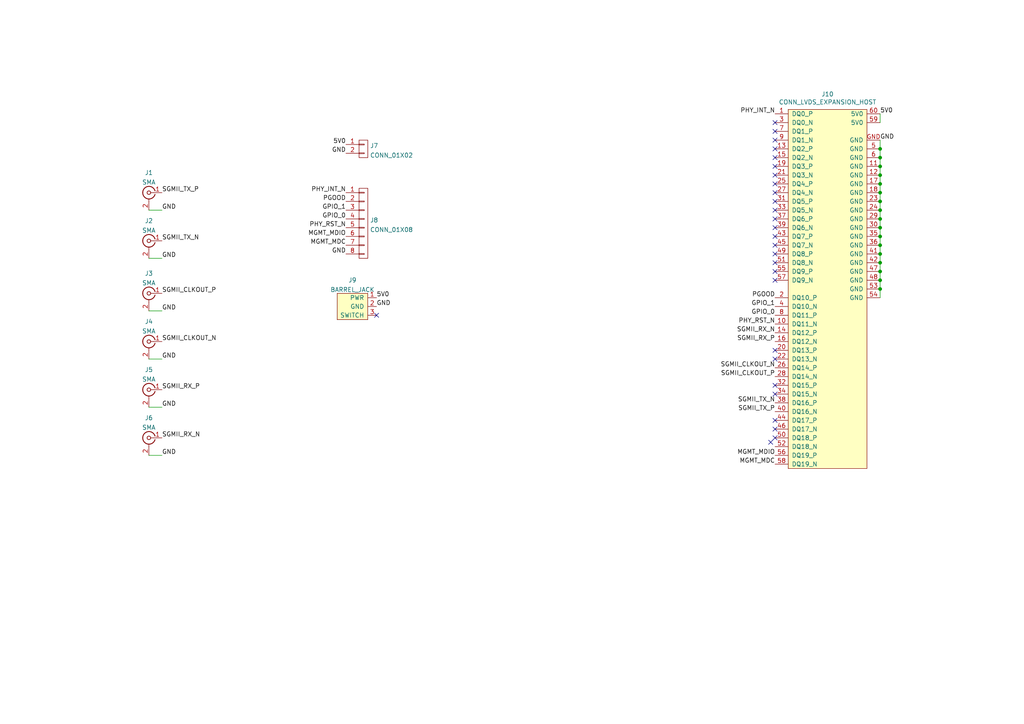
<source format=kicad_sch>
(kicad_sch (version 20211123) (generator eeschema)
  (paper "A4")
  (title_block (title "Single DP83867 device-side SMA adapter") (date "2022-12-18") (rev "0.1") (company "Antikernel Labs") (comment 1 "Andrew D. Zonenberg"))
  (lib_symbols
    (symbol "conn:CONN_01X02" (pin_names (offset 1.016) hide)
      (property "Reference" "J" (at 0 3.81 0))
      (property "Value" "CONN_01X02" (at 2.54 0 90))
      (symbol "CONN_01X02_0_1"
        (rectangle (start -1.27 -1.143) (end 0.254 -1.397))
        (rectangle (start -1.27 1.397) (end 0.254 1.143))
        (rectangle (start -1.27 2.54) (end 1.27 -2.54))
      )
      (symbol "CONN_01X02_1_1"
        (pin passive line (at -5.08 1.27 0) (length 3.81) (name "P1") (number "1"))
        (pin passive line (at -5.08 -1.27 0) (length 3.81) (name "P2") (number "2"))
      )
    )
    (symbol "conn:CONN_01X08" (pin_names (offset 1.016) hide)
      (property "Reference" "J" (at 0 11.43 0))
      (property "Value" "CONN_01X08" (at 2.54 0 90))
      (symbol "CONN_01X08_0_1"
        (rectangle (start -1.27 -10.16) (end 1.27 10.16))
        (rectangle (start -1.27 -8.763) (end 0.254 -9.017))
        (rectangle (start -1.27 -6.223) (end 0.254 -6.477))
        (rectangle (start -1.27 -3.683) (end 0.254 -3.937))
        (rectangle (start -1.27 -1.143) (end 0.254 -1.397))
        (rectangle (start -1.27 1.397) (end 0.254 1.143))
        (rectangle (start -1.27 3.937) (end 0.254 3.683))
        (rectangle (start -1.27 6.477) (end 0.254 6.223))
        (rectangle (start -1.27 9.017) (end 0.254 8.763))
      )
      (symbol "CONN_01X08_1_1"
        (pin passive line (at -5.08 8.89 0) (length 3.81) (name "P1") (number "1"))
        (pin passive line (at -5.08 6.35 0) (length 3.81) (name "P2") (number "2"))
        (pin passive line (at -5.08 3.81 0) (length 3.81) (name "P3") (number "3"))
        (pin passive line (at -5.08 1.27 0) (length 3.81) (name "P4") (number "4"))
        (pin passive line (at -5.08 -1.27 0) (length 3.81) (name "P5") (number "5"))
        (pin passive line (at -5.08 -3.81 0) (length 3.81) (name "P6") (number "6"))
        (pin passive line (at -5.08 -6.35 0) (length 3.81) (name "P7") (number "7"))
        (pin passive line (at -5.08 -8.89 0) (length 3.81) (name "P8") (number "8"))
      )
    )
    (symbol "conn:CONN_COAXIAL" (pin_names (offset 1.016) hide)
      (property "Reference" "J" (at 0.254 3.048 0))
      (property "Value" "CONN_COAXIAL" (at 2.921 0 90))
      (symbol "CONN_COAXIAL_0_1"
        (arc (start -1.778 -0.508) (mid 0.222 -1.808) (end 1.778 0) (stroke (width 0.254)))
        (polyline (pts (xy -1.27 0) (xy -0.508 0)))
        (polyline (pts (xy 0 -2.54) (xy 0 -1.778)))
        (circle (center 0 0) (radius 0.508) (stroke (width 0.2032)))
        (arc (start 1.778 0) (mid 0.222 1.8083) (end -1.778 0.508) (stroke (width 0.254)))
      )
      (symbol "CONN_COAXIAL_1_1"
        (pin passive line (at -3.81 0 0) (length 2.54) (name "In") (number "1"))
        (pin passive line (at 0 -5.08 90) (length 2.54) (name "Ext") (number "2"))
      )
    )
    (symbol "power-azonenberg:BARREL_JACK" (pin_names (offset 1.016))
      (property "Reference" "J" (at 1.27 -1.27 0))
      (property "Value" "BARREL_JACK" (at 6.35 -3.81 0))
      (symbol "BARREL_JACK_0_1"
        (rectangle (start 0 7.62) (end -8.89 0) (fill (type background)))
      )
      (symbol "BARREL_JACK_1_1"
        (pin power_out line (at 2.54 6.35 180) (length 2.54) (name "PWR") (number "1"))
        (pin power_out line (at 2.54 3.81 180) (length 2.54) (name "GND") (number "2"))
        (pin passive line (at 2.54 1.27 180) (length 2.54) (name "SWITCH") (number "3"))
      )
    )
    (symbol "special-azonenberg:CONN_LVDS_EXPANSION_HOST" (pin_names (offset 1.016))
      (property "Reference" "J" (at 1.27 -1.27 0))
      (property "Value" "CONN_LVDS_EXPANSION_HOST" (at 11.43 -3.81 0))
      (symbol "CONN_LVDS_EXPANSION_HOST_0_1"
        (rectangle (start 0 104.14) (end 22.86 0) (fill (type background)))
      )
      (symbol "CONN_LVDS_EXPANSION_HOST_1_1"
        (pin bidirectional line (at -3.81 102.87 0) (length 3.81) (name "DQ0_P") (number "1"))
        (pin bidirectional line (at -3.81 41.91 0) (length 3.81) (name "DQ11_N") (number "10"))
        (pin power_in line (at 26.67 87.63 180) (length 3.81) (name "GND") (number "11"))
        (pin power_in line (at 26.67 85.09 180) (length 3.81) (name "GND") (number "12"))
        (pin bidirectional line (at -3.81 92.71 0) (length 3.81) (name "DQ2_P") (number "13"))
        (pin bidirectional line (at -3.81 39.37 0) (length 3.81) (name "DQ12_P") (number "14"))
        (pin bidirectional line (at -3.81 90.17 0) (length 3.81) (name "DQ2_N") (number "15"))
        (pin bidirectional line (at -3.81 36.83 0) (length 3.81) (name "DQ12_N") (number "16"))
        (pin power_in line (at 26.67 82.55 180) (length 3.81) (name "GND") (number "17"))
        (pin power_in line (at 26.67 80.01 180) (length 3.81) (name "GND") (number "18"))
        (pin bidirectional line (at -3.81 87.63 0) (length 3.81) (name "DQ3_P") (number "19"))
        (pin bidirectional line (at -3.81 49.53 0) (length 3.81) (name "DQ10_P") (number "2"))
        (pin bidirectional line (at -3.81 34.29 0) (length 3.81) (name "DQ13_P") (number "20"))
        (pin bidirectional line (at -3.81 85.09 0) (length 3.81) (name "DQ3_N") (number "21"))
        (pin bidirectional line (at -3.81 31.75 0) (length 3.81) (name "DQ13_N") (number "22"))
        (pin power_in line (at 26.67 77.47 180) (length 3.81) (name "GND") (number "23"))
        (pin power_in line (at 26.67 74.93 180) (length 3.81) (name "GND") (number "24"))
        (pin bidirectional line (at -3.81 82.55 0) (length 3.81) (name "DQ4_P") (number "25"))
        (pin bidirectional line (at -3.81 29.21 0) (length 3.81) (name "DQ14_P") (number "26"))
        (pin bidirectional line (at -3.81 80.01 0) (length 3.81) (name "DQ4_N") (number "27"))
        (pin bidirectional line (at -3.81 26.67 0) (length 3.81) (name "DQ14_N") (number "28"))
        (pin power_in line (at 26.67 72.39 180) (length 3.81) (name "GND") (number "29"))
        (pin bidirectional line (at -3.81 100.33 0) (length 3.81) (name "DQ0_N") (number "3"))
        (pin power_in line (at 26.67 69.85 180) (length 3.81) (name "GND") (number "30"))
        (pin bidirectional line (at -3.81 77.47 0) (length 3.81) (name "DQ5_P") (number "31"))
        (pin bidirectional line (at -3.81 24.13 0) (length 3.81) (name "DQ15_P") (number "32"))
        (pin bidirectional line (at -3.81 74.93 0) (length 3.81) (name "DQ5_N") (number "33"))
        (pin bidirectional line (at -3.81 21.59 0) (length 3.81) (name "DQ15_N") (number "34"))
        (pin power_in line (at 26.67 67.31 180) (length 3.81) (name "GND") (number "35"))
        (pin power_in line (at 26.67 64.77 180) (length 3.81) (name "GND") (number "36"))
        (pin bidirectional line (at -3.81 72.39 0) (length 3.81) (name "DQ6_P") (number "37"))
        (pin bidirectional line (at -3.81 19.05 0) (length 3.81) (name "DQ16_P") (number "38"))
        (pin bidirectional line (at -3.81 69.85 0) (length 3.81) (name "DQ6_N") (number "39"))
        (pin bidirectional line (at -3.81 46.99 0) (length 3.81) (name "DQ10_N") (number "4"))
        (pin bidirectional line (at -3.81 16.51 0) (length 3.81) (name "DQ16_N") (number "40"))
        (pin power_in line (at 26.67 62.23 180) (length 3.81) (name "GND") (number "41"))
        (pin power_in line (at 26.67 59.69 180) (length 3.81) (name "GND") (number "42"))
        (pin bidirectional line (at -3.81 67.31 0) (length 3.81) (name "DQ7_P") (number "43"))
        (pin bidirectional line (at -3.81 13.97 0) (length 3.81) (name "DQ17_P") (number "44"))
        (pin bidirectional line (at -3.81 64.77 0) (length 3.81) (name "DQ7_N") (number "45"))
        (pin bidirectional line (at -3.81 11.43 0) (length 3.81) (name "DQ17_N") (number "46"))
        (pin power_in line (at 26.67 57.15 180) (length 3.81) (name "GND") (number "47"))
        (pin power_in line (at 26.67 54.61 180) (length 3.81) (name "GND") (number "48"))
        (pin bidirectional line (at -3.81 62.23 0) (length 3.81) (name "DQ8_P") (number "49"))
        (pin power_in line (at 26.67 92.71 180) (length 3.81) (name "GND") (number "5"))
        (pin bidirectional line (at -3.81 8.89 0) (length 3.81) (name "DQ18_P") (number "50"))
        (pin bidirectional line (at -3.81 59.69 0) (length 3.81) (name "DQ8_N") (number "51"))
        (pin bidirectional line (at -3.81 6.35 0) (length 3.81) (name "DQ18_N") (number "52"))
        (pin power_in line (at 26.67 52.07 180) (length 3.81) (name "GND") (number "53"))
        (pin power_in line (at 26.67 49.53 180) (length 3.81) (name "GND") (number "54"))
        (pin bidirectional line (at -3.81 57.15 0) (length 3.81) (name "DQ9_P") (number "55"))
        (pin bidirectional line (at -3.81 3.81 0) (length 3.81) (name "DQ19_P") (number "56"))
        (pin bidirectional line (at -3.81 54.61 0) (length 3.81) (name "DQ9_N") (number "57"))
        (pin bidirectional line (at -3.81 1.27 0) (length 3.81) (name "DQ19_N") (number "58"))
        (pin power_in line (at 26.67 100.33 180) (length 3.81) (name "5V0") (number "59"))
        (pin power_in line (at 26.67 90.17 180) (length 3.81) (name "GND") (number "6"))
        (pin power_in line (at 26.67 102.87 180) (length 3.81) (name "5V0") (number "60"))
        (pin bidirectional line (at -3.81 97.79 0) (length 3.81) (name "DQ1_P") (number "7"))
        (pin bidirectional line (at -3.81 44.45 0) (length 3.81) (name "DQ11_P") (number "8"))
        (pin bidirectional line (at -3.81 95.25 0) (length 3.81) (name "DQ1_N") (number "9"))
        (pin power_in line (at 26.67 95.25 180) (length 3.81) (name "GND") (number "GND"))
      )
    )
  )
  (junction (at 255.27 58.42))
  (junction (at 255.27 81.28))
  (junction (at 255.27 50.8))
  (junction (at 255.27 63.5))
  (junction (at 255.27 43.18))
  (junction (at 255.27 60.96))
  (junction (at 255.27 71.12))
  (junction (at 255.27 73.66))
  (junction (at 255.27 55.88))
  (junction (at 255.27 66.04))
  (junction (at 255.27 48.26))
  (junction (at 255.27 76.2))
  (junction (at 255.27 78.74))
  (junction (at 255.27 68.58))
  (junction (at 255.27 45.72))
  (junction (at 255.27 83.82))
  (junction (at 255.27 53.34))
  (no_connect (at 224.79 45.72))
  (no_connect (at 224.79 48.26))
  (no_connect (at 224.79 50.8))
  (no_connect (at 224.79 81.28))
  (no_connect (at 224.79 53.34))
  (no_connect (at 224.79 55.88))
  (no_connect (at 224.79 58.42))
  (no_connect (at 224.79 60.96))
  (no_connect (at 224.79 63.5))
  (no_connect (at 224.79 66.04))
  (no_connect (at 224.79 68.58))
  (no_connect (at 224.79 71.12))
  (no_connect (at 224.79 73.66))
  (no_connect (at 224.79 76.2))
  (no_connect (at 224.79 78.74))
  (no_connect (at 224.79 111.76))
  (no_connect (at 224.79 114.3))
  (no_connect (at 224.79 121.92))
  (no_connect (at 224.79 124.46))
  (no_connect (at 224.79 127))
  (no_connect (at 223.52 128.27))
  (no_connect (at 224.79 40.64))
  (no_connect (at 224.79 43.18))
  (no_connect (at 109.22 91.44))
  (no_connect (at 224.79 35.56))
  (no_connect (at 224.79 38.1))
  (no_connect (at 224.79 101.6))
  (no_connect (at 224.79 104.14))
  (wire (pts (xy 43.18 90.17) (xy 46.99 90.17)))
  (wire (pts (xy 43.18 104.14) (xy 46.99 104.14)))
  (wire (pts (xy 255.27 78.74) (xy 255.27 81.28)))
  (wire (pts (xy 255.27 76.2) (xy 255.27 78.74)))
  (wire (pts (xy 43.18 118.11) (xy 46.99 118.11)))
  (wire (pts (xy 43.18 74.93) (xy 46.99 74.93)))
  (wire (pts (xy 43.18 60.96) (xy 46.99 60.96)))
  (wire (pts (xy 255.27 73.66) (xy 255.27 76.2)))
  (wire (pts (xy 255.27 68.58) (xy 255.27 71.12)))
  (wire (pts (xy 255.27 83.82) (xy 255.27 86.36)))
  (wire (pts (xy 255.27 66.04) (xy 255.27 68.58)))
  (wire (pts (xy 255.27 50.8) (xy 255.27 53.34)))
  (wire (pts (xy 255.27 63.5) (xy 255.27 66.04)))
  (wire (pts (xy 255.27 43.18) (xy 255.27 45.72)))
  (wire (pts (xy 255.27 53.34) (xy 255.27 55.88)))
  (wire (pts (xy 255.27 33.02) (xy 255.27 35.56)))
  (wire (pts (xy 255.27 45.72) (xy 255.27 48.26)))
  (wire (pts (xy 255.27 40.64) (xy 255.27 43.18)))
  (wire (pts (xy 255.27 71.12) (xy 255.27 73.66)))
  (wire (pts (xy 255.27 81.28) (xy 255.27 83.82)))
  (wire (pts (xy 255.27 58.42) (xy 255.27 60.96)))
  (wire (pts (xy 255.27 60.96) (xy 255.27 63.5)))
  (wire (pts (xy 255.27 48.26) (xy 255.27 50.8)))
  (wire (pts (xy 255.27 55.88) (xy 255.27 58.42)))
  (wire (pts (xy 43.18 132.08) (xy 46.99 132.08)))
  (label "GND" (at 46.99 60.96 0))
  (label "GND" (at 109.22 88.9 0))
  (label "GPIO_1" (at 100.33 60.96 180))
  (label "PHY_RST_N" (at 100.33 66.04 180))
  (label "PGOOD" (at 224.79 86.36 180))
  (label "SGMII_CLKOUT_N" (at 224.79 106.68 180))
  (label "SGMII_CLKOUT_P" (at 46.99 85.09 0))
  (label "SGMII_RX_P" (at 46.99 113.03 0))
  (label "MGMT_MDIO" (at 224.79 132.08 180))
  (label "MGMT_MDC" (at 100.33 71.12 180))
  (label "MGMT_MDIO" (at 100.33 68.58 180))
  (label "PHY_INT_N" (at 224.79 33.02 180))
  (label "PHY_RST_N" (at 224.79 93.98 180))
  (label "GPIO_0" (at 100.33 63.5 180))
  (label "SGMII_TX_P" (at 224.79 119.38 180))
  (label "SGMII_RX_N" (at 224.79 96.52 180))
  (label "SGMII_RX_P" (at 224.79 99.06 180))
  (label "5V0" (at 100.33 41.91 180))
  (label "GPIO_0" (at 224.79 91.44 180))
  (label "GND" (at 46.99 74.93 0))
  (label "SGMII_TX_N" (at 224.79 116.84 180))
  (label "GND" (at 100.33 44.45 180))
  (label "GND" (at 46.99 104.14 0))
  (label "PHY_INT_N" (at 100.33 55.88 180))
  (label "SGMII_CLKOUT_N" (at 46.99 99.06 0))
  (label "SGMII_TX_N" (at 46.99 69.85 0))
  (label "GND" (at 100.33 73.66 180))
  (label "MGMT_MDC" (at 224.79 134.62 180))
  (label "GND" (at 46.99 90.17 0))
  (label "GPIO_1" (at 224.79 88.9 180))
  (label "GND" (at 46.99 132.08 0))
  (label "5V0" (at 109.22 86.36 0))
  (label "SGMII_RX_N" (at 46.99 127 0))
  (label "SGMII_CLKOUT_P" (at 224.79 109.22 180))
  (label "PGOOD" (at 100.33 58.42 180))
  (label "GND" (at 46.99 118.11 0))
  (label "GND" (at 255.27 40.64 0))
  (label "SGMII_TX_P" (at 46.99 55.88 0))
  (label "5V0" (at 255.27 33.02 0))
  (symbol (lib_id "conn:CONN_COAXIAL") (at 43.18 69.85 0) (mirror y) (unit 1)
    (property "Reference" "J2" (at 43.1799 64.0569 0))
    (property "Value" "SMA" (at 43.1799 66.832 0))
    (property "Footprint" "azonenberg_pcb:CONN_SMA_EDGE_SAMTEC_SMA_J_P_H_ST_EM1" (effects hide))
  )
  (symbol (lib_id "conn:CONN_COAXIAL") (at 43.18 85.09 0) (mirror y) (unit 1)
    (property "Reference" "J3" (at 43.1799 79.2969 0))
    (property "Value" "SMA" (at 43.1799 82.072 0))
    (property "Footprint" "azonenberg_pcb:CONN_SMA_EDGE_SAMTEC_SMA_J_P_H_ST_EM1" (effects hide))
  )
  (symbol (lib_id "special-azonenberg:CONN_LVDS_EXPANSION_HOST") (at 228.6 135.89 0) (unit 1)
    (property "Reference" "J10" (at 240.03 27.305 0))
    (property "Value" "CONN_LVDS_EXPANSION_HOST" (at 240.03 29.6164 0))
    (property "Footprint" "azonenberg_pcb:CONN_SAMTEC_QTH-030-01-L-D-A" (effects hide))
  )
  (symbol (lib_id "conn:CONN_COAXIAL") (at 43.18 113.03 0) (mirror y) (unit 1)
    (property "Reference" "J5" (at 43.1799 107.2369 0))
    (property "Value" "SMA" (at 43.1799 110.012 0))
    (property "Footprint" "azonenberg_pcb:CONN_SMA_EDGE_SAMTEC_SMA_J_P_H_ST_EM1" (effects hide))
  )
  (symbol (lib_id "conn:CONN_COAXIAL") (at 43.18 127 0) (mirror y) (unit 1)
    (property "Reference" "J6" (at 43.1799 121.2069 0))
    (property "Value" "SMA" (at 43.1799 123.982 0))
    (property "Footprint" "azonenberg_pcb:CONN_SMA_EDGE_SAMTEC_SMA_J_P_H_ST_EM1" (effects hide))
  )
  (symbol (lib_id "conn:CONN_01X02") (at 105.41 43.18 0) (unit 1)
    (property "Reference" "J7" (at 107.315 42.2715 0) (effects (justify left)))
    (property "Value" "CONN_01X02" (at 107.315 45.0466 0) (effects (justify left)))
    (property "Footprint" "azonenberg_pcb:CONN_HEADER_2.54MM_1x2" (effects hide))
  )
  (symbol (lib_id "conn:CONN_COAXIAL") (at 43.18 55.88 0) (mirror y) (unit 1)
    (property "Reference" "J1" (at 43.1799 50.0869 0))
    (property "Value" "SMA" (at 43.1799 52.862 0))
    (property "Footprint" "azonenberg_pcb:CONN_SMA_EDGE_SAMTEC_SMA_J_P_H_ST_EM1" (effects hide))
  )
  (symbol (lib_id "conn:CONN_COAXIAL") (at 43.18 99.06 0) (mirror y) (unit 1)
    (property "Reference" "J4" (at 43.1799 93.2669 0))
    (property "Value" "SMA" (at 43.1799 96.042 0))
    (property "Footprint" "azonenberg_pcb:CONN_SMA_EDGE_SAMTEC_SMA_J_P_H_ST_EM1" (effects hide))
  )
  (symbol (lib_id "conn:CONN_01X08") (at 105.41 64.77 0) (unit 1)
    (property "Reference" "J8" (at 107.315 63.8615 0) (effects (justify left)))
    (property "Value" "CONN_01X08" (at 107.315 66.6366 0) (effects (justify left)))
    (property "Footprint" "azonenberg_pcb:CONN_HEADER_2.54MM_1x8" (effects hide))
  )
  (symbol (lib_id "power-azonenberg:BARREL_JACK") (at 106.68 92.71 0) (unit 1)
    (property "Reference" "J9" (at 102.235 81.2505 0))
    (property "Value" "BARREL_JACK" (at 102.235 84.0256 0))
    (property "Footprint" "azonenberg_pcb:CONN_CUI_PJ-058BH_HIPWR_BARREL_NOSLOT" (effects hide))
  )
)
</source>
